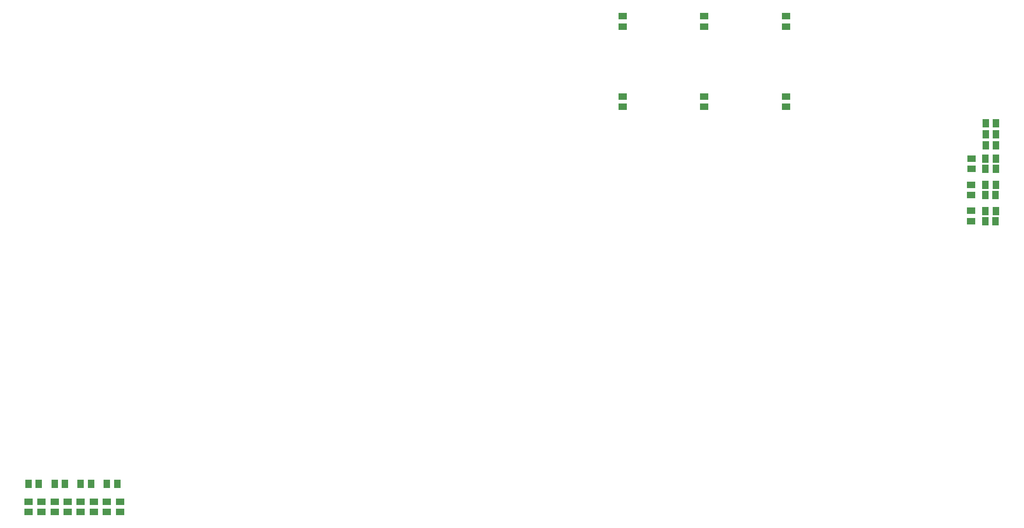
<source format=gbp>
G04*
G04 #@! TF.GenerationSoftware,Altium Limited,Altium Designer,18.0.11 (651)*
G04*
G04 Layer_Color=128*
%FSLAX42Y42*%
%MOMM*%
G71*
G01*
G75*
%ADD18R,1.50X1.30*%
%ADD19R,1.30X1.50*%
D18*
X51245Y15405D02*
D03*
Y15215D02*
D03*
X51257Y15887D02*
D03*
Y15697D02*
D03*
X51245Y14929D02*
D03*
Y14739D02*
D03*
X35110Y9384D02*
D03*
Y9574D02*
D03*
X34869Y9384D02*
D03*
Y9574D02*
D03*
X47841Y17031D02*
D03*
Y16841D02*
D03*
X44835Y17031D02*
D03*
Y16841D02*
D03*
X46338Y17031D02*
D03*
Y16841D02*
D03*
X47841Y18510D02*
D03*
Y18320D02*
D03*
X44835Y18510D02*
D03*
Y18320D02*
D03*
X46338Y18510D02*
D03*
Y18320D02*
D03*
X34147Y9574D02*
D03*
Y9384D02*
D03*
X34629Y9574D02*
D03*
Y9384D02*
D03*
X35591Y9574D02*
D03*
Y9384D02*
D03*
X35351Y9574D02*
D03*
Y9384D02*
D03*
X34388Y9574D02*
D03*
Y9384D02*
D03*
X33907Y9574D02*
D03*
Y9384D02*
D03*
D19*
X51708Y16535D02*
D03*
X51518D02*
D03*
X51708Y16332D02*
D03*
X51518D02*
D03*
X51708Y16129D02*
D03*
X51518D02*
D03*
X51511Y15215D02*
D03*
X51701D02*
D03*
X51702Y15405D02*
D03*
X51512D02*
D03*
Y15697D02*
D03*
X51702D02*
D03*
Y15888D02*
D03*
X51512D02*
D03*
X51702Y14923D02*
D03*
X51512D02*
D03*
X51511Y14739D02*
D03*
X51701D02*
D03*
X34869Y9900D02*
D03*
X35059D02*
D03*
X35541D02*
D03*
X35351D02*
D03*
X34578D02*
D03*
X34388D02*
D03*
X34097D02*
D03*
X33907D02*
D03*
M02*

</source>
